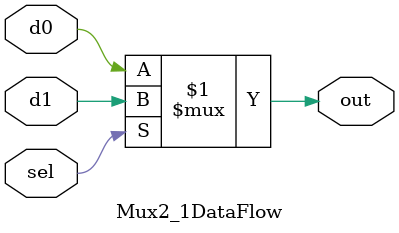
<source format=v>



module Mux2_1DataFlow( d0, d1, sel, out);

	input d0, d1, sel;
	
	output out;
	
	assign out = sel ? d1 : d0;
	
endmodule
	
	
</source>
